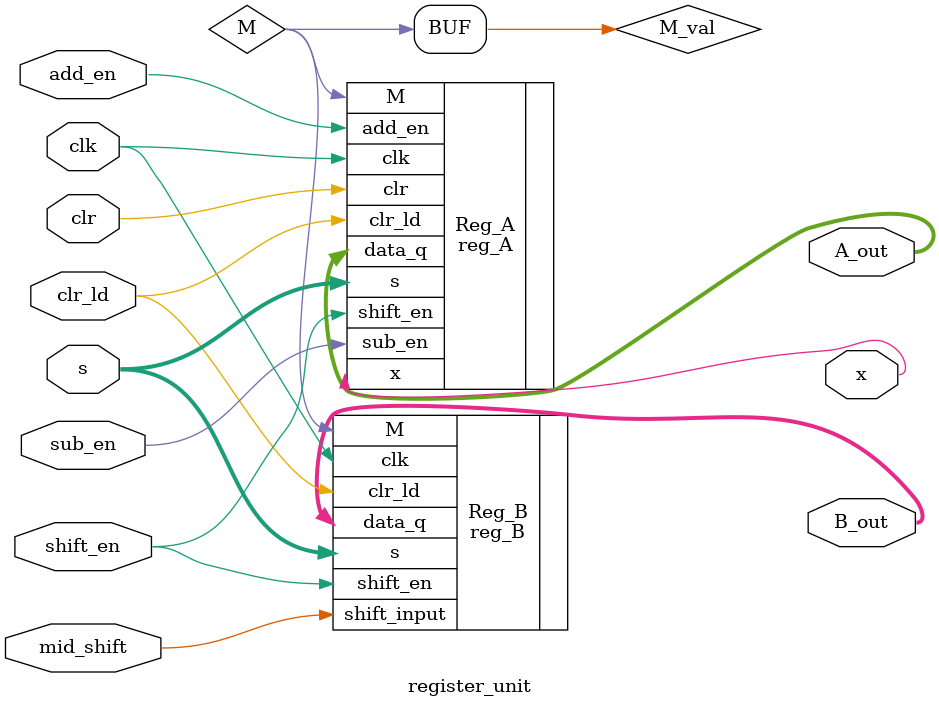
<source format=sv>
module register_unit (
	input  logic        clk, 
	input  logic        clr_ld,
	input  logic        add_en,
	input  logic        sub_en,
	input  logic        shift_en,
	input  logic        clr, 
	input  logic 		mid_shift,
	input  logic [7:0]  s,

	output logic [7:0]  A_out,
	output logic [7:0]  B_out,
	output logic x
);
 logic M_val,M ;
 assign M_val = M;
reg_A Reg_A(
	.clk(clk), 
	.clr_ld(clr_ld), 
	.shift_en(shift_en), 
	.add_en(add_en), 
	.sub_en(sub_en), 
	.clr(clr),
	.M(M_val), 
	.s(s),

	.x(x),
	.data_q(A_out)
	);

reg_B Reg_B(
	.clk(clk), 
	.clr_ld(clr_ld), 
	.shift_en(shift_en), 
	.s(s), 
	.shift_input(mid_shift),


	.data_q(B_out),
	.M(M)
	);

endmodule

</source>
